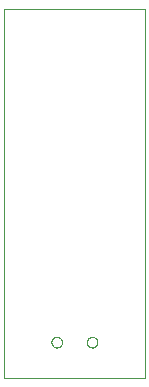
<source format=gko>
G75*
%MOIN*%
%OFA0B0*%
%FSLAX25Y25*%
%IPPOS*%
%LPD*%
%AMOC8*
5,1,8,0,0,1.08239X$1,22.5*
%
%ADD10C,0.00000*%
D10*
X0001000Y0001000D02*
X0001000Y0124071D01*
X0048244Y0124071D01*
X0048244Y0001039D01*
X0001000Y0001000D01*
X0016945Y0012850D02*
X0016947Y0012934D01*
X0016953Y0013017D01*
X0016963Y0013100D01*
X0016977Y0013183D01*
X0016994Y0013265D01*
X0017016Y0013346D01*
X0017041Y0013425D01*
X0017070Y0013504D01*
X0017103Y0013581D01*
X0017139Y0013656D01*
X0017179Y0013730D01*
X0017222Y0013802D01*
X0017269Y0013871D01*
X0017319Y0013938D01*
X0017372Y0014003D01*
X0017428Y0014065D01*
X0017486Y0014125D01*
X0017548Y0014182D01*
X0017612Y0014235D01*
X0017679Y0014286D01*
X0017748Y0014333D01*
X0017819Y0014378D01*
X0017892Y0014418D01*
X0017967Y0014455D01*
X0018044Y0014489D01*
X0018122Y0014519D01*
X0018201Y0014545D01*
X0018282Y0014568D01*
X0018364Y0014586D01*
X0018446Y0014601D01*
X0018529Y0014612D01*
X0018612Y0014619D01*
X0018696Y0014622D01*
X0018780Y0014621D01*
X0018863Y0014616D01*
X0018947Y0014607D01*
X0019029Y0014594D01*
X0019111Y0014578D01*
X0019192Y0014557D01*
X0019273Y0014533D01*
X0019351Y0014505D01*
X0019429Y0014473D01*
X0019505Y0014437D01*
X0019579Y0014398D01*
X0019651Y0014356D01*
X0019721Y0014310D01*
X0019789Y0014261D01*
X0019854Y0014209D01*
X0019917Y0014154D01*
X0019977Y0014096D01*
X0020035Y0014035D01*
X0020089Y0013971D01*
X0020141Y0013905D01*
X0020189Y0013837D01*
X0020234Y0013766D01*
X0020275Y0013693D01*
X0020314Y0013619D01*
X0020348Y0013543D01*
X0020379Y0013465D01*
X0020406Y0013386D01*
X0020430Y0013305D01*
X0020449Y0013224D01*
X0020465Y0013142D01*
X0020477Y0013059D01*
X0020485Y0012975D01*
X0020489Y0012892D01*
X0020489Y0012808D01*
X0020485Y0012725D01*
X0020477Y0012641D01*
X0020465Y0012558D01*
X0020449Y0012476D01*
X0020430Y0012395D01*
X0020406Y0012314D01*
X0020379Y0012235D01*
X0020348Y0012157D01*
X0020314Y0012081D01*
X0020275Y0012007D01*
X0020234Y0011934D01*
X0020189Y0011863D01*
X0020141Y0011795D01*
X0020089Y0011729D01*
X0020035Y0011665D01*
X0019977Y0011604D01*
X0019917Y0011546D01*
X0019854Y0011491D01*
X0019789Y0011439D01*
X0019721Y0011390D01*
X0019651Y0011344D01*
X0019579Y0011302D01*
X0019505Y0011263D01*
X0019429Y0011227D01*
X0019351Y0011195D01*
X0019273Y0011167D01*
X0019192Y0011143D01*
X0019111Y0011122D01*
X0019029Y0011106D01*
X0018947Y0011093D01*
X0018863Y0011084D01*
X0018780Y0011079D01*
X0018696Y0011078D01*
X0018612Y0011081D01*
X0018529Y0011088D01*
X0018446Y0011099D01*
X0018364Y0011114D01*
X0018282Y0011132D01*
X0018201Y0011155D01*
X0018122Y0011181D01*
X0018044Y0011211D01*
X0017967Y0011245D01*
X0017892Y0011282D01*
X0017819Y0011322D01*
X0017748Y0011367D01*
X0017679Y0011414D01*
X0017612Y0011465D01*
X0017548Y0011518D01*
X0017486Y0011575D01*
X0017428Y0011635D01*
X0017372Y0011697D01*
X0017319Y0011762D01*
X0017269Y0011829D01*
X0017222Y0011898D01*
X0017179Y0011970D01*
X0017139Y0012044D01*
X0017103Y0012119D01*
X0017070Y0012196D01*
X0017041Y0012275D01*
X0017016Y0012354D01*
X0016994Y0012435D01*
X0016977Y0012517D01*
X0016963Y0012600D01*
X0016953Y0012683D01*
X0016947Y0012766D01*
X0016945Y0012850D01*
X0028756Y0012850D02*
X0028758Y0012934D01*
X0028764Y0013017D01*
X0028774Y0013100D01*
X0028788Y0013183D01*
X0028805Y0013265D01*
X0028827Y0013346D01*
X0028852Y0013425D01*
X0028881Y0013504D01*
X0028914Y0013581D01*
X0028950Y0013656D01*
X0028990Y0013730D01*
X0029033Y0013802D01*
X0029080Y0013871D01*
X0029130Y0013938D01*
X0029183Y0014003D01*
X0029239Y0014065D01*
X0029297Y0014125D01*
X0029359Y0014182D01*
X0029423Y0014235D01*
X0029490Y0014286D01*
X0029559Y0014333D01*
X0029630Y0014378D01*
X0029703Y0014418D01*
X0029778Y0014455D01*
X0029855Y0014489D01*
X0029933Y0014519D01*
X0030012Y0014545D01*
X0030093Y0014568D01*
X0030175Y0014586D01*
X0030257Y0014601D01*
X0030340Y0014612D01*
X0030423Y0014619D01*
X0030507Y0014622D01*
X0030591Y0014621D01*
X0030674Y0014616D01*
X0030758Y0014607D01*
X0030840Y0014594D01*
X0030922Y0014578D01*
X0031003Y0014557D01*
X0031084Y0014533D01*
X0031162Y0014505D01*
X0031240Y0014473D01*
X0031316Y0014437D01*
X0031390Y0014398D01*
X0031462Y0014356D01*
X0031532Y0014310D01*
X0031600Y0014261D01*
X0031665Y0014209D01*
X0031728Y0014154D01*
X0031788Y0014096D01*
X0031846Y0014035D01*
X0031900Y0013971D01*
X0031952Y0013905D01*
X0032000Y0013837D01*
X0032045Y0013766D01*
X0032086Y0013693D01*
X0032125Y0013619D01*
X0032159Y0013543D01*
X0032190Y0013465D01*
X0032217Y0013386D01*
X0032241Y0013305D01*
X0032260Y0013224D01*
X0032276Y0013142D01*
X0032288Y0013059D01*
X0032296Y0012975D01*
X0032300Y0012892D01*
X0032300Y0012808D01*
X0032296Y0012725D01*
X0032288Y0012641D01*
X0032276Y0012558D01*
X0032260Y0012476D01*
X0032241Y0012395D01*
X0032217Y0012314D01*
X0032190Y0012235D01*
X0032159Y0012157D01*
X0032125Y0012081D01*
X0032086Y0012007D01*
X0032045Y0011934D01*
X0032000Y0011863D01*
X0031952Y0011795D01*
X0031900Y0011729D01*
X0031846Y0011665D01*
X0031788Y0011604D01*
X0031728Y0011546D01*
X0031665Y0011491D01*
X0031600Y0011439D01*
X0031532Y0011390D01*
X0031462Y0011344D01*
X0031390Y0011302D01*
X0031316Y0011263D01*
X0031240Y0011227D01*
X0031162Y0011195D01*
X0031084Y0011167D01*
X0031003Y0011143D01*
X0030922Y0011122D01*
X0030840Y0011106D01*
X0030758Y0011093D01*
X0030674Y0011084D01*
X0030591Y0011079D01*
X0030507Y0011078D01*
X0030423Y0011081D01*
X0030340Y0011088D01*
X0030257Y0011099D01*
X0030175Y0011114D01*
X0030093Y0011132D01*
X0030012Y0011155D01*
X0029933Y0011181D01*
X0029855Y0011211D01*
X0029778Y0011245D01*
X0029703Y0011282D01*
X0029630Y0011322D01*
X0029559Y0011367D01*
X0029490Y0011414D01*
X0029423Y0011465D01*
X0029359Y0011518D01*
X0029297Y0011575D01*
X0029239Y0011635D01*
X0029183Y0011697D01*
X0029130Y0011762D01*
X0029080Y0011829D01*
X0029033Y0011898D01*
X0028990Y0011970D01*
X0028950Y0012044D01*
X0028914Y0012119D01*
X0028881Y0012196D01*
X0028852Y0012275D01*
X0028827Y0012354D01*
X0028805Y0012435D01*
X0028788Y0012517D01*
X0028774Y0012600D01*
X0028764Y0012683D01*
X0028758Y0012766D01*
X0028756Y0012850D01*
M02*

</source>
